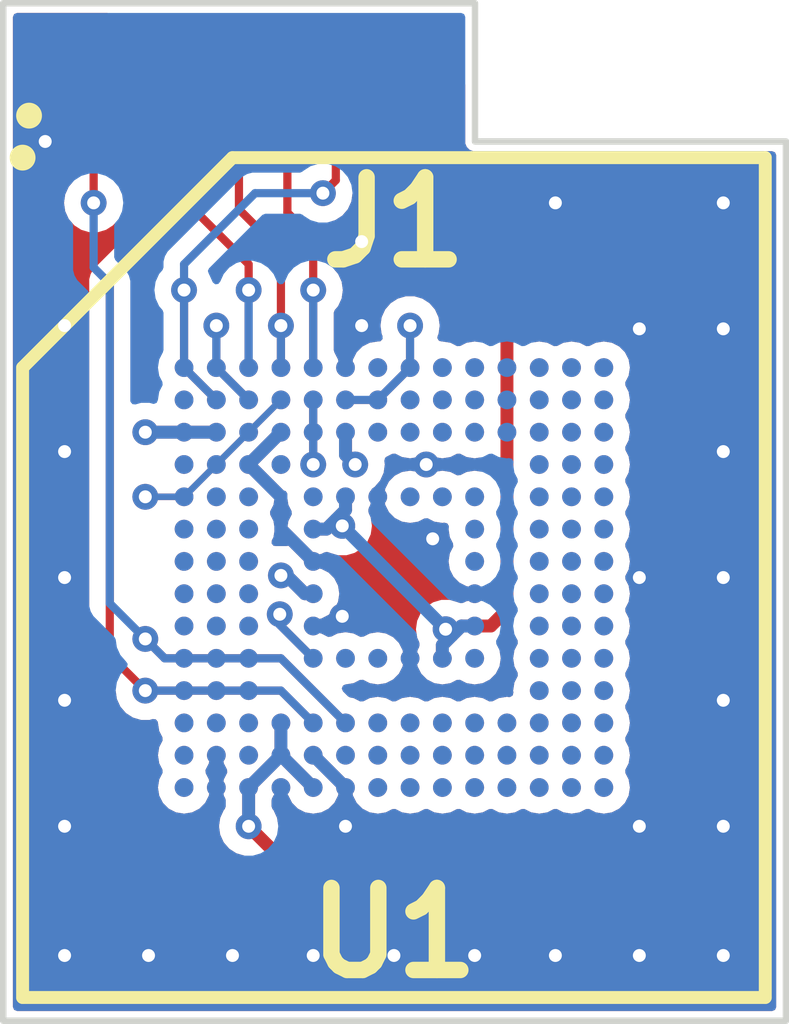
<source format=kicad_pcb>
(kicad_pcb (version 20240108) (generator "pcbnew") (generator_version "8.0")
  (layers (0 "F.Cu" signal) (31 "B.Cu" signal) (34 "B.Paste" user) (35 "F.Paste" user) (36 "B.SilkS" user "B.Silkscreen") (37 "F.SilkS" user "F.Silkscreen") (38 "B.Mask" user) (39 "F.Mask" user) (44 "Edge.Cuts" user))
  (net 0 "")
  (net 1 "DAT2")
  (net 2 "DAT0")
  (net 3 "CMD")
  (net 4 "CLK")
  (net 5 "DAT3")
  (net 6 "GND")
  (net 7 "DAT1")
  (net 8 "DAT5")
  (net 9 "DAT6")
  (net 10 "DAT4")
  (net 11 "DAT7")
  (net 12 "DS")
  (net 13 "RST")
  (net 14 "VDDI")
  (net 31 "1.8V")
  (net 33 "3.3V")
  (footprint "eMMC:BGA153DualSide" (layer "F.Cu") (at 121 71.55)
    (property "Reference" "U1" (at 0 5.5 0) (layer "F.SilkS") (effects (font (size 1.27 1.27) (thickness 0.254))))
    (property "Value" "EMMC32G-TX29-8AD11" (hide yes))
    (fp_line (start -5.75 -3.25) (end -2.5 -6.5) (stroke (width 0.2)) (layer "F.SilkS"))
    (fp_line (start -5.75 6.5) (end -5.75 -3.25) (stroke (width 0.2)) (layer "F.SilkS"))
    (fp_line (start -2.5 -6.5) (end 5.75 -6.5) (stroke (width 0.2)) (layer "F.SilkS"))
    (fp_line (start 5.75 -6.5) (end 5.75 6.5) (stroke (width 0.2)) (layer "F.SilkS"))
    (fp_line (start 5.75 6.5) (end -5.75 6.5) (stroke (width 0.2)) (layer "F.SilkS"))
    (fp_circle (center -5.75 -6.5) (end -5.75 -6.4) (stroke (width 0.2)) (fill none) (layer "F.SilkS"))
    (pad "A1" smd circle (at -3.25 -3.25 90) (size 0.29 0.29) (layers "F.Cu") (net 5 "DAT3"))
    (pad "A1" smd circle (at -3.25 -3.25 90) (size 0.29 0.29) (layers "B.Cu") (net 5 "DAT3"))
    (pad "A2" smd circle (at -2.75 -3.25 90) (size 0.29 0.29) (layers "F.Cu") (net 10 "DAT4"))
    (pad "A2" smd circle (at -2.75 -3.25 90) (size 0.29 0.29) (layers "B.Cu") (net 10 "DAT4"))
    (pad "A3" smd circle (at -2.25 -3.25 90) (size 0.29 0.29) (layers "F.Cu" "F.Paste" "F.Mask") (net 2 "DAT0"))
    (pad "A3" smd circle (at -2.25 -3.25 90) (size 0.29 0.29) (layers "B.Cu" "B.Paste" "B.Mask") (net 2 "DAT0"))
    (pad "A4" smd circle (at -1.75 -3.25 90) (size 0.29 0.29) (layers "F.Cu" "F.Paste" "F.Mask") (net 7 "DAT1"))
    (pad "A4" smd circle (at -1.75 -3.25 90) (size 0.29 0.29) (layers "B.Cu" "B.Paste" "B.Mask") (net 7 "DAT1"))
    (pad "A5" smd circle (at -1.25 -3.25 90) (size 0.29 0.29) (layers "F.Cu" "F.Paste" "F.Mask") (net 1 "DAT2"))
    (pad "A5" smd circle (at -1.25 -3.25 90) (size 0.29 0.29) (layers "B.Cu" "B.Paste" "B.Mask") (net 1 "DAT2"))
    (pad "A6" smd circle (at -0.75 -3.25 90) (size 0.29 0.29) (layers "F.Cu" "F.Paste" "F.Mask") (net 6 "GND"))
    (pad "A6" smd circle (at -0.75 -3.25 90) (size 0.29 0.29) (layers "B.Cu" "B.Paste" "B.Mask") (net 6 "GND"))
    (pad "A7" smd circle (at -0.25 -3.25 90) (size 0.29 0.29) (layers "F.Cu" "F.Paste" "F.Mask"))
    (pad "A7" smd circle (at -0.25 -3.25 90) (size 0.29 0.29) (layers "B.Cu" "B.Paste" "B.Mask"))
    (pad "A8" smd circle (at 0.25 -3.25 90) (size 0.29 0.29) (layers "F.Cu") (net 11 "DAT7"))
    (pad "A8" smd circle (at 0.25 -3.25 90) (size 0.29 0.29) (layers "B.Cu") (net 11 "DAT7"))
    (pad "A9" smd circle (at 0.75 -3.25 90) (size 0.29 0.29) (layers "F.Cu" "F.Paste" "F.Mask"))
    (pad "A9" smd circle (at 0.75 -3.25 90) (size 0.29 0.29) (layers "B.Cu" "B.Paste" "B.Mask"))
    (pad "A10" smd circle (at 1.25 -3.25 90) (size 0.29 0.29) (layers "F.Cu" "F.Paste" "F.Mask"))
    (pad "A10" smd circle (at 1.25 -3.25 90) (size 0.29 0.29) (layers "B.Cu" "B.Paste" "B.Mask"))
    (pad "A11" smd circle (at 1.75 -3.25 90) (size 0.29 0.29) (layers "F.Cu") (net 33 "3.3V"))
    (pad "A11" smd circle (at 1.75 -3.25 90) (size 0.29 0.29) (layers "B.Cu" "B.Paste" "B.Mask") (net 33 "3.3V"))
    (pad "A12" smd circle (at 2.25 -3.25 90) (size 0.29 0.29) (layers "F.Cu" "F.Paste" "F.Mask"))
    (pad "A12" smd circle (at 2.25 -3.25 90) (size 0.29 0.29) (layers "B.Cu" "B.Paste" "B.Mask"))
    (pad "A13" smd circle (at 2.75 -3.25 90) (size 0.29 0.29) (layers "F.Cu" "F.Paste" "F.Mask"))
    (pad "A13" smd circle (at 2.75 -3.25 90) (size 0.29 0.29) (layers "B.Cu" "B.Paste" "B.Mask"))
    (pad "A14" smd circle (at 3.25 -3.25 90) (size 0.29 0.29) (layers "F.Cu" "F.Paste" "F.Mask"))
    (pad "A14" smd circle (at 3.25 -3.25 90) (size 0.29 0.29) (layers "B.Cu" "B.Paste" "B.Mask"))
    (pad "B1" smd circle (at -3.25 -2.75 90) (size 0.29 0.29) (layers "F.Cu" "F.Paste" "F.Mask"))
    (pad "B1" smd circle (at -3.25 -2.75 90) (size 0.29 0.29) (layers "B.Cu" "B.Paste" "B.Mask"))
    (pad "B2" smd circle (at -2.75 -2.75 90) (size 0.29 0.29) (layers "F.Cu" "F.Paste" "F.Mask") (net 5 "DAT3"))
    (pad "B2" smd circle (at -2.75 -2.75 90) (size 0.29 0.29) (layers "B.Cu" "B.Paste" "B.Mask") (net 5 "DAT3"))
    (pad "B3" smd circle (at -2.25 -2.75 90) (size 0.29 0.29) (layers "F.Cu" "F.Paste" "F.Mask") (net 10 "DAT4"))
    (pad "B3" smd circle (at -2.25 -2.75 90) (size 0.29 0.29) (layers "B.Cu" "B.Paste" "B.Mask") (net 10 "DAT4"))
    (pad "B4" smd circle (at -1.75 -2.75 90) (size 0.29 0.29) (layers "F.Cu" "F.Paste" "F.Mask") (net 8 "DAT5"))
    (pad "B4" smd circle (at -1.75 -2.75 90) (size 0.29 0.29) (layers "B.Cu" "B.Paste" "B.Mask") (net 8 "DAT5"))
    (pad "B5" smd circle (at -1.25 -2.75 90) (size 0.29 0.29) (layers "F.Cu" "F.Paste" "F.Mask") (net 9 "DAT6"))
    (pad "B5" smd circle (at -1.25 -2.75 90) (size 0.29 0.29) (layers "B.Cu" "B.Paste" "B.Mask") (net 9 "DAT6"))
    (pad "B6" smd circle (at -0.75 -2.75 90) (size 0.29 0.29) (layers "F.Cu" "F.Paste" "F.Mask") (net 11 "DAT7"))
    (pad "B6" smd circle (at -0.75 -2.75 90) (size 0.29 0.29) (layers "B.Cu" "B.Paste" "B.Mask") (net 11 "DAT7"))
    (pad "B7" smd circle (at -0.25 -2.75 90) (size 0.29 0.29) (layers "F.Cu") (net 11 "DAT7"))
    (pad "B7" smd circle (at -0.25 -2.75 90) (size 0.29 0.29) (layers "B.Cu") (net 11 "DAT7"))
    (pad "B8" smd circle (at 0.25 -2.75 90) (size 0.29 0.29) (layers "F.Cu" "F.Paste" "F.Mask"))
    (pad "B8" smd circle (at 0.25 -2.75 90) (size 0.29 0.29) (layers "B.Cu" "B.Paste" "B.Mask"))
    (pad "B9" smd circle (at 0.75 -2.75 90) (size 0.29 0.29) (layers "F.Cu" "F.Paste" "F.Mask"))
    (pad "B9" smd circle (at 0.75 -2.75 90) (size 0.29 0.29) (layers "B.Cu" "B.Paste" "B.Mask"))
    (pad "B10" smd circle (at 1.25 -2.75 90) (size 0.29 0.29) (layers "F.Cu" "F.Paste" "F.Mask"))
    (pad "B10" smd circle (at 1.25 -2.75 90) (size 0.29 0.29) (layers "B.Cu" "B.Paste" "B.Mask"))
    (pad "B11" smd circle (at 1.75 -2.75 90) (size 0.29 0.29) (layers "F.Cu") (net 33 "3.3V"))
    (pad "B11" smd circle (at 1.75 -2.75 90) (size 0.29 0.29) (layers "B.Cu" "B.Paste" "B.Mask") (net 33 "3.3V"))
    (pad "B12" smd circle (at 2.25 -2.75 90) (size 0.29 0.29) (layers "F.Cu" "F.Paste" "F.Mask"))
    (pad "B12" smd circle (at 2.25 -2.75 90) (size 0.29 0.29) (layers "B.Cu" "B.Paste" "B.Mask"))
    (pad "B13" smd circle (at 2.75 -2.75 90) (size 0.29 0.29) (layers "F.Cu" "F.Paste" "F.Mask"))
    (pad "B13" smd circle (at 2.75 -2.75 90) (size 0.29 0.29) (layers "B.Cu" "B.Paste" "B.Mask"))
    (pad "B14" smd circle (at 3.25 -2.75 90) (size 0.29 0.29) (layers "F.Cu" "F.Paste" "F.Mask"))
    (pad "B14" smd circle (at 3.25 -2.75 90) (size 0.29 0.29) (layers "B.Cu" "B.Paste" "B.Mask"))
    (pad "C1" smd circle (at -3.25 -2.25 90) (size 0.29 0.29) (layers "F.Cu") (net 14 "VDDI"))
    (pad "C1" smd circle (at -3.25 -2.25 90) (size 0.29 0.29) (layers "B.Cu") (net 14 "VDDI"))
    (pad "C2" smd circle (at -2.75 -2.25 90) (size 0.29 0.29) (layers "F.Cu" "F.Paste" "F.Mask") (net 14 "VDDI"))
    (pad "C2" smd circle (at -2.75 -2.25 90) (size 0.29 0.29) (layers "B.Cu" "B.Paste" "B.Mask") (net 14 "VDDI"))
    (pad "C3" smd circle (at -2.25 -2.25 90) (size 0.29 0.29) (layers "F.Cu") (net 8 "DAT5"))
    (pad "C3" smd circle (at -2.25 -2.25 90) (size 0.29 0.29) (layers "B.Cu") (net 8 "DAT5"))
    (pad "C4" smd circle (at -1.75 -2.25 90) (size 0.29 0.29) (layers "F.Cu" "F.Paste" "F.Mask") (net 6 "GND"))
    (pad "C4" smd circle (at -1.75 -2.25 90) (size 0.29 0.29) (layers "B.Cu" "B.Paste" "B.Mask") (net 6 "GND"))
    (pad "C5" smd circle (at -1.25 -2.25 90) (size 0.29 0.29) (layers "F.Cu") (net 9 "DAT6"))
    (pad "C5" smd circle (at -1.25 -2.25 90) (size 0.29 0.29) (layers "B.Cu" "B.Paste" "B.Mask") (net 9 "DAT6"))
    (pad "C6" smd circle (at -0.75 -2.25 90) (size 0.29 0.29) (layers "F.Cu" "F.Paste" "F.Mask") (net 31 "1.8V"))
    (pad "C6" smd circle (at -0.75 -2.25 90) (size 0.29 0.29) (layers "B.Cu" "B.Paste" "B.Mask") (net 31 "1.8V"))
    (pad "C7" smd circle (at -0.25 -2.25 90) (size 0.29 0.29) (layers "F.Cu" "F.Paste" "F.Mask"))
    (pad "C7" smd circle (at -0.25 -2.25 90) (size 0.29 0.29) (layers "B.Cu" "B.Paste" "B.Mask"))
    (pad "C8" smd circle (at 0.25 -2.25 90) (size 0.29 0.29) (layers "F.Cu" "F.Paste" "F.Mask"))
    (pad "C8" smd circle (at 0.25 -2.25 90) (size 0.29 0.29) (layers "B.Cu" "B.Paste" "B.Mask"))
    (pad "C9" smd circle (at 0.75 -2.25 90) (size 0.29 0.29) (layers "F.Cu" "F.Paste" "F.Mask"))
    (pad "C9" smd circle (at 0.75 -2.25 90) (size 0.29 0.29) (layers "B.Cu" "B.Paste" "B.Mask"))
    (pad "C10" smd circle (at 1.25 -2.25 90) (size 0.29 0.29) (layers "F.Cu" "F.Paste" "F.Mask"))
    (pad "C10" smd circle (at 1.25 -2.25 90) (size 0.29 0.29) (layers "B.Cu" "B.Paste" "B.Mask"))
    (pad "C11" smd circle (at 1.75 -2.25 90) (size 0.29 0.29) (layers "F.Cu") (net 33 "3.3V"))
    (pad "C11" smd circle (at 1.75 -2.25 90) (size 0.29 0.29) (layers "B.Cu" "B.Paste" "B.Mask") (net 33 "3.3V"))
    (pad "C12" smd circle (at 2.25 -2.25 90) (size 0.29 0.29) (layers "F.Cu" "F.Paste" "F.Mask"))
    (pad "C12" smd circle (at 2.25 -2.25 90) (size 0.29 0.29) (layers "B.Cu" "B.Paste" "B.Mask"))
    (pad "C13" smd circle (at 2.75 -2.25 90) (size 0.29 0.29) (layers "F.Cu" "F.Paste" "F.Mask"))
    (pad "C13" smd circle (at 2.75 -2.25 90) (size 0.29 0.29) (layers "B.Cu" "B.Paste" "B.Mask"))
    (pad "C14" smd circle (at 3.25 -2.25 90) (size 0.29 0.29) (layers "F.Cu" "F.Paste" "F.Mask"))
    (pad "C14" smd circle (at 3.25 -2.25 90) (size 0.29 0.29) (layers "B.Cu" "B.Paste" "B.Mask"))
    (pad "D1" smd circle (at -3.25 -1.75 90) (size 0.29 0.29) (layers "F.Cu" "F.Paste" "F.Mask"))
    (pad "D1" smd circle (at -3.25 -1.75 90) (size 0.29 0.29) (layers "B.Cu" "B.Paste" "B.Mask"))
    (pad "D2" smd circle (at -2.75 -1.75 90) (size 0.29 0.29) (layers "F.Cu") (net 8 "DAT5"))
    (pad "D2" smd circle (at -2.75 -1.75 90) (size 0.29 0.29) (layers "B.Cu") (net 8 "DAT5"))
    (pad "D3" smd circle (at -2.25 -1.75 90) (size 0.29 0.29) (layers "F.Cu") (net 6 "GND"))
    (pad "D3" smd circle (at -2.25 -1.75 90) (size 0.29 0.29) (layers "B.Cu") (net 6 "GND"))
    (pad "D4" smd circle (at -1.75 -1.75 90) (size 0.29 0.29) (layers "F.Cu" "F.Paste" "F.Mask"))
    (pad "D4" smd circle (at -1.75 -1.75 90) (size 0.29 0.29) (layers "B.Cu" "B.Paste" "B.Mask"))
    (pad "D12" smd circle (at 2.25 -1.75 90) (size 0.29 0.29) (layers "F.Cu" "F.Paste" "F.Mask"))
    (pad "D12" smd circle (at 2.25 -1.75 90) (size 0.29 0.29) (layers "B.Cu" "B.Paste" "B.Mask"))
    (pad "D13" smd circle (at 2.75 -1.75 90) (size 0.29 0.29) (layers "F.Cu" "F.Paste" "F.Mask"))
    (pad "D13" smd circle (at 2.75 -1.75 90) (size 0.29 0.29) (layers "B.Cu" "B.Paste" "B.Mask"))
    (pad "D14" smd circle (at 3.25 -1.75 90) (size 0.29 0.29) (layers "F.Cu" "F.Paste" "F.Mask"))
    (pad "D14" smd circle (at 3.25 -1.75 90) (size 0.29 0.29) (layers "B.Cu" "B.Paste" "B.Mask"))
    (pad "E1" smd circle (at -3.25 -1.25 90) (size 0.29 0.29) (layers "F.Cu") (net 8 "DAT5"))
    (pad "E1" smd circle (at -3.25 -1.25 90) (size 0.29 0.29) (layers "B.Cu") (net 8 "DAT5"))
    (pad "E2" smd circle (at -2.75 -1.25 90) (size 0.29 0.29) (layers "F.Cu" "F.Paste" "F.Mask"))
    (pad "E2" smd circle (at -2.75 -1.25 90) (size 0.29 0.29) (layers "B.Cu" "B.Paste" "B.Mask"))
    (pad "E3" smd circle (at -2.25 -1.25 90) (size 0.29 0.29) (layers "F.Cu" "F.Paste" "F.Mask"))
    (pad "E3" smd circle (at -2.25 -1.25 90) (size 0.29 0.29) (layers "B.Cu" "B.Paste" "B.Mask"))
    (pad "E5" smd circle (at -1.25 -1.25 90) (size 0.29 0.29) (layers "F.Cu" "F.Paste" "F.Mask"))
    (pad "E5" smd circle (at -1.25 -1.25 90) (size 0.29 0.29) (layers "B.Cu" "B.Paste" "B.Mask"))
    (pad "E6" smd circle (at -0.75 -1.25 90) (size 0.29 0.29) (layers "F.Cu" "F.Paste" "F.Mask") (net 33 "3.3V"))
    (pad "E6" smd circle (at -0.75 -1.25 90) (size 0.29 0.29) (layers "B.Cu" "B.Paste" "B.Mask") (net 33 "3.3V"))
    (pad "E7" smd circle (at -0.25 -1.25 90) (size 0.29 0.29) (layers "F.Cu" "F.Paste" "F.Mask") (net 6 "GND"))
    (pad "E7" smd circle (at -0.25 -1.25 90) (size 0.29 0.29) (layers "B.Cu" "B.Paste" "B.Mask") (net 6 "GND"))
    (pad "E8" smd circle (at 0.25 -1.25 90) (size 0.29 0.29) (layers "F.Cu" "F.Paste" "F.Mask"))
    (pad "E8" smd circle (at 0.25 -1.25 90) (size 0.29 0.29) (layers "B.Cu" "B.Paste" "B.Mask"))
    (pad "E9" smd circle (at 0.75 -1.25 90) (size 0.29 0.29) (layers "F.Cu" "F.Paste" "F.Mask"))
    (pad "E9" smd circle (at 0.75 -1.25 90) (size 0.29 0.29) (layers "B.Cu" "B.Paste" "B.Mask"))
    (pad "E10" smd circle (at 1.25 -1.25 90) (size 0.29 0.29) (layers "F.Cu" "F.Paste" "F.Mask"))
    (pad "E10" smd circle (at 1.25 -1.25 90) (size 0.29 0.29) (layers "B.Cu" "B.Paste" "B.Mask"))
    (pad "E12" smd circle (at 2.25 -1.25 90) (size 0.29 0.29) (layers "F.Cu" "F.Paste" "F.Mask"))
    (pad "E12" smd circle (at 2.25 -1.25 90) (size 0.29 0.29) (layers "B.Cu" "B.Paste" "B.Mask"))
    (pad "E13" smd circle (at 2.75 -1.25 90) (size 0.29 0.29) (layers "F.Cu" "F.Paste" "F.Mask"))
    (pad "E13" smd circle (at 2.75 -1.25 90) (size 0.29 0.29) (layers "B.Cu" "B.Paste" "B.Mask"))
    (pad "E14" smd circle (at 3.25 -1.25 90) (size 0.29 0.29) (layers "F.Cu" "F.Paste" "F.Mask"))
    (pad "E14" smd circle (at 3.25 -1.25 90) (size 0.29 0.29) (layers "B.Cu" "B.Paste" "B.Mask"))
    (pad "F1" smd circle (at -3.25 -0.75 90) (size 0.29 0.29) (layers "F.Cu" "F.Paste" "F.Mask"))
    (pad "F1" smd circle (at -3.25 -0.75 90) (size 0.29 0.29) (layers "B.Cu" "B.Paste" "B.Mask"))
    (pad "F2" smd circle (at -2.75 -0.75 90) (size 0.29 0.29) (layers "F.Cu" "F.Paste" "F.Mask"))
    (pad "F2" smd circle (at -2.75 -0.75 90) (size 0.29 0.29) (layers "B.Cu" "B.Paste" "B.Mask"))
    (pad "F3" smd circle (at -2.25 -0.75 90) (size 0.29 0.29) (layers "F.Cu" "F.Paste" "F.Mask"))
    (pad "F3" smd circle (at -2.25 -0.75 90) (size 0.29 0.29) (layers "B.Cu" "B.Paste" "B.Mask"))
    (pad "F5" smd circle (at -1.25 -0.75 90) (size 0.29 0.29) (layers "F.Cu" "F.Paste" "F.Mask") (net 33 "3.3V"))
    (pad "F5" smd circle (at -1.25 -0.75 90) (size 0.29 0.29) (layers "B.Cu" "B.Paste" "B.Mask") (net 33 "3.3V"))
    (pad "F10" smd circle (at 1.25 -0.75 90) (size 0.29 0.29) (layers "F.Cu" "F.Paste" "F.Mask"))
    (pad "F10" smd circle (at 1.25 -0.75 90) (size 0.29 0.29) (layers "B.Cu" "B.Paste" "B.Mask"))
    (pad "F12" smd circle (at 2.25 -0.75 90) (size 0.29 0.29) (layers "F.Cu" "F.Paste" "F.Mask"))
    (pad "F12" smd circle (at 2.25 -0.75 90) (size 0.29 0.29) (layers "B.Cu" "B.Paste" "B.Mask"))
    (pad "F13" smd circle (at 2.75 -0.75 90) (size 0.29 0.29) (layers "F.Cu" "F.Paste" "F.Mask"))
    (pad "F13" smd circle (at 2.75 -0.75 90) (size 0.29 0.29) (layers "B.Cu" "B.Paste" "B.Mask"))
    (pad "F14" smd circle (at 3.25 -0.75 90) (size 0.29 0.29) (layers "F.Cu" "F.Paste" "F.Mask"))
    (pad "F14" smd circle (at 3.25 -0.75 90) (size 0.29 0.29) (layers "B.Cu" "B.Paste" "B.Mask"))
    (pad "G1" smd circle (at -3.25 -0.25 90) (size 0.29 0.29) (layers "F.Cu" "F.Paste" "F.Mask"))
    (pad "G1" smd circle (at -3.25 -0.25 90) (size 0.29 0.29) (layers "B.Cu" "B.Paste" "B.Mask"))
    (pad "G2" smd circle (at -2.75 -0.25 90) (size 0.29 0.29) (layers "F.Cu" "F.Paste" "F.Mask"))
    (pad "G2" smd circle (at -2.75 -0.25 90) (size 0.29 0.29) (layers "B.Cu" "B.Paste" "B.Mask"))
    (pad "G3" smd circle (at -2.25 -0.25 90) (size 0.29 0.29) (layers "F.Cu" "F.Paste" "F.Mask"))
    (pad "G3" smd circle (at -2.25 -0.25 90) (size 0.29 0.29) (layers "B.Cu" "B.Paste" "B.Mask"))
    (pad "G5" smd circle (at -1.25 -0.25 90) (size 0.29 0.29) (layers "F.Cu" "F.Paste" "F.Mask") (net 6 "GND"))
    (pad "G5" smd circle (at -1.25 -0.25 90) (size 0.29 0.29) (layers "B.Cu" "B.Paste" "B.Mask") (net 6 "GND"))
    (pad "G10" smd circle (at 1.25 -0.25 90) (size 0.29 0.29) (layers "F.Cu" "F.Paste" "F.Mask"))
    (pad "G10" smd circle (at 1.25 -0.25 90) (size 0.29 0.29) (layers "B.Cu" "B.Paste" "B.Mask"))
    (pad "G12" smd circle (at 2.25 -0.25 90) (size 0.29 0.29) (layers "F.Cu" "F.Paste" "F.Mask"))
    (pad "G12" smd circle (at 2.25 -0.25 90) (size 0.29 0.29) (layers "B.Cu" "B.Paste" "B.Mask"))
    (pad "G13" smd circle (at 2.75 -0.25 90) (size 0.29 0.29) (layers "F.Cu" "F.Paste" "F.Mask"))
    (pad "G13" smd circle (at 2.75 -0.25 90) (size 0.29 0.29) (layers "B.Cu" "B.Paste" "B.Mask"))
    (pad "G14" smd circle (at 3.25 -0.25 90) (size 0.29 0.29) (layers "F.Cu" "F.Paste" "F.Mask"))
    (pad "G14" smd circle (at 3.25 -0.25 90) (size 0.29 0.29) (layers "B.Cu" "B.Paste" "B.Mask"))
    (pad "H1" smd circle (at -3.25 0.25 90) (size 0.29 0.29) (layers "F.Cu" "F.Paste" "F.Mask"))
    (pad "H1" smd circle (at -3.25 0.25 90) (size 0.29 0.29) (layers "B.Cu" "B.Paste" "B.Mask"))
    (pad "H2" smd circle (at -2.75 0.25 90) (size 0.29 0.29) (layers "F.Cu" "F.Paste" "F.Mask"))
    (pad "H2" smd circle (at -2.75 0.25 90) (size 0.29 0.29) (layers "B.Cu" "B.Paste" "B.Mask"))
    (pad "H3" smd circle (at -2.25 0.25 90) (size 0.29 0.29) (layers "F.Cu" "F.Paste" "F.Mask"))
    (pad "H3" smd circle (at -2.25 0.25 90) (size 0.29 0.29) (layers "B.Cu" "B.Paste" "B.Mask"))
    (pad "H5" smd circle (at -1.25 0.25 90) (size 0.29 0.29) (layers "F.Cu" "F.Paste" "F.Mask") (net 12 "DS"))
    (pad "H5" smd circle (at -1.25 0.25 90) (size 0.29 0.29) (layers "B.Cu" "B.Paste" "B.Mask") (net 12 "DS"))
    (pad "H10" smd circle (at 1.25 0.25 90) (size 0.29 0.29) (layers "F.Cu" "F.Paste" "F.Mask") (net 6 "GND"))
    (pad "H10" smd circle (at 1.25 0.25 90) (size 0.29 0.29) (layers "B.Cu" "B.Paste" "B.Mask") (net 6 "GND"))
    (pad "H12" smd circle (at 2.25 0.25 90) (size 0.29 0.29) (layers "F.Cu" "F.Paste" "F.Mask"))
    (pad "H12" smd circle (at 2.25 0.25 90) (size 0.29 0.29) (layers "B.Cu" "B.Paste" "B.Mask"))
    (pad "H13" smd circle (at 2.75 0.25 90) (size 0.29 0.29) (layers "F.Cu" "F.Paste" "F.Mask"))
    (pad "H13" smd circle (at 2.75 0.25 90) (size 0.29 0.29) (layers "B.Cu" "B.Paste" "B.Mask"))
    (pad "H14" smd circle (at 3.25 0.25 90) (size 0.29 0.29) (layers "F.Cu" "F.Paste" "F.Mask"))
    (pad "H14" smd circle (at 3.25 0.25 90) (size 0.29 0.29) (layers "B.Cu" "B.Paste" "B.Mask"))
    (pad "J1" smd circle (at -3.25 0.75 90) (size 0.29 0.29) (layers "F.Cu" "F.Paste" "F.Mask"))
    (pad "J1" smd circle (at -3.25 0.75 90) (size 0.29 0.29) (layers "B.Cu" "B.Paste" "B.Mask"))
    (pad "J2" smd circle (at -2.75 0.75 90) (size 0.29 0.29) (layers "F.Cu" "F.Paste" "F.Mask"))
    (pad "J2" smd circle (at -2.75 0.75 90) (size 0.29 0.29) (layers "B.Cu" "B.Paste" "B.Mask"))
    (pad "J3" smd circle (at -2.25 0.75 90) (size 0.29 0.29) (layers "F.Cu" "F.Paste" "F.Mask"))
    (pad "J3" smd circle (at -2.25 0.75 90) (size 0.29 0.29) (layers "B.Cu" "B.Paste" "B.Mask"))
    (pad "J5" smd circle (at -1.25 0.75 90) (size 0.29 0.29) (layers "F.Cu" "F.Paste" "F.Mask") (net 6 "GND"))
    (pad "J5" smd circle (at -1.25 0.75 90) (size 0.29 0.29) (layers "B.Cu" "B.Paste" "B.Mask") (net 6 "GND"))
    (pad "J10" smd circle (at 1.25 0.75 90) (size 0.29 0.29) (layers "F.Cu" "F.Paste" "F.Mask") (net 33 "3.3V"))
    (pad "J10" smd circle (at 1.25 0.75 90) (size 0.29 0.29) (layers "B.Cu" "B.Paste" "B.Mask") (net 33 "3.3V"))
    (pad "J12" smd circle (at 2.25 0.75 90) (size 0.29 0.29) (layers "F.Cu" "F.Paste" "F.Mask"))
    (pad "J12" smd circle (at 2.25 0.75 90) (size 0.29 0.29) (layers "B.Cu" "B.Paste" "B.Mask"))
    (pad "J13" smd circle (at 2.75 0.75 90) (size 0.29 0.29) (layers "F.Cu" "F.Paste" "F.Mask"))
    (pad "J13" smd circle (at 2.75 0.75 90) (size 0.29 0.29) (layers "B.Cu" "B.Paste" "B.Mask"))
    (pad "J14" smd circle (at 3.25 0.75 90) (size 0.29 0.29) (layers "F.Cu" "F.Paste" "F.Mask"))
    (pad "J14" smd circle (at 3.25 0.75 90) (size 0.29 0.29) (layers "B.Cu" "B.Paste" "B.Mask"))
    (pad "K1" smd circle (at -3.25 1.25 90) (size 0.29 0.29) (layers "F.Cu") (net 4 "CLK"))
    (pad "K1" smd circle (at -3.25 1.25 90) (size 0.29 0.29) (layers "B.Cu") (net 4 "CLK"))
    (pad "K2" smd circle (at -2.75 1.25 90) (size 0.29 0.29) (layers "F.Cu") (net 4 "CLK"))
    (pad "K2" smd circle (at -2.75 1.25 90) (size 0.29 0.29) (layers "B.Cu") (net 4 "CLK"))
    (pad "K3" smd circle (at -2.25 1.25 90) (size 0.29 0.29) (layers "F.Cu") (net 4 "CLK"))
    (pad "K3" smd circle (at -2.25 1.25 90) (size 0.29 0.29) (layers "B.Cu") (net 4 "CLK"))
    (pad "K5" smd circle (at -1.25 1.25 90) (size 0.29 0.29) (layers "F.Cu" "F.Paste" "F.Mask") (net 13 "RST"))
    (pad "K5" smd circle (at -1.25 1.25 90) (size 0.29 0.29) (layers "B.Cu" "B.Paste" "B.Mask") (net 13 "RST"))
    (pad "K6" smd circle (at -0.75 1.25 90) (size 0.29 0.29) (layers "F.Cu" "F.Paste" "F.Mask"))
    (pad "K6" smd circle (at -0.75 1.25 90) (size 0.29 0.29) (layers "B.Cu" "B.Paste" "B.Mask"))
    (pad "K7" smd circle (at -0.25 1.25 90) (size 0.29 0.29) (layers "F.Cu" "F.Paste" "F.Mask"))
    (pad "K7" smd circle (at -0.25 1.25 90) (size 0.29 0.29) (layers "B.Cu" "B.Paste" "B.Mask"))
    (pad "K8" smd circle (at 0.25 1.25 90) (size 0.29 0.29) (layers "F.Cu" "F.Paste" "F.Mask") (net 6 "GND"))
    (pad "K8" smd circle (at 0.25 1.25 90) (size 0.29 0.29) (layers "B.Cu" "B.Paste" "B.Mask") (net 6 "GND"))
    (pad "K9" smd circle (at 0.75 1.25 90) (size 0.29 0.29) (layers "F.Cu" "F.Paste" "F.Mask") (net 33 "3.3V"))
    (pad "K9" smd circle (at 0.75 1.25 90) (size 0.29 0.29) (layers "B.Cu" "B.Paste" "B.Mask") (net 33 "3.3V"))
    (pad "K10" smd circle (at 1.25 1.25 90) (size 0.29 0.29) (layers "F.Cu" "F.Paste" "F.Mask"))
    (pad "K10" smd circle (at 1.25 1.25 90) (size 0.29 0.29) (layers "B.Cu" "B.Paste" "B.Mask"))
    (pad "K12" smd circle (at 2.25 1.25 90) (size 0.29 0.29) (layers "F.Cu" "F.Paste" "F.Mask"))
    (pad "K12" smd circle (at 2.25 1.25 90) (size 0.29 0.29) (layers "B.Cu" "B.Paste" "B.Mask"))
    (pad "K13" smd circle (at 2.75 1.25 90) (size 0.29 0.29) (layers "F.Cu" "F.Paste" "F.Mask"))
    (pad "K13" smd circle (at 2.75 1.25 90) (size 0.29 0.29) (layers "B.Cu" "B.Paste" "B.Mask"))
    (pad "K14" smd circle (at 3.25 1.25 90) (size 0.29 0.29) (layers "F.Cu" "F.Paste" "F.Mask"))
    (pad "K14" smd circle (at 3.25 1.25 90) (size 0.29 0.29) (layers "B.Cu" "B.Paste" "B.Mask"))
    (pad "L1" smd circle (at -3.25 1.75 90) (size 0.29 0.29) (layers "F.Cu") (net 3 "CMD"))
    (pad "L1" smd circle (at -3.25 1.75 90) (size 0.29 0.29) (layers "B.Cu") (net 3 "CMD"))
    (pad "L2" smd circle (at -2.75 1.75 90) (size 0.29 0.29) (layers "F.Cu") (net 3 "CMD"))
    (pad "L2" smd circle (at -2.75 1.75 90) (size 0.29 0.29) (layers "B.Cu") (net 3 "CMD"))
    (pad "L3" smd circle (at -2.25 1.75 90) (size 0.29 0.29) (layers "F.Cu") (net 3 "CMD"))
    (pad "L3" smd circle (at -2.25 1.75 90) (size 0.29 0.29) (layers "B.Cu") (net 3 "CMD"))
    (pad "L12" smd circle (at 2.25 1.75 90) (size 0.29 0.29) (layers "F.Cu" "F.Paste" "F.Mask"))
    (pad "L12" smd circle (at 2.25 1.75 90) (size 0.29 0.29) (layers "B.Cu" "B.Paste" "B.Mask"))
    (pad "L13" smd circle (at 2.75 1.75 90) (size 0.29 0.29) (layers "F.Cu" "F.Paste" "F.Mask"))
    (pad "L13" smd circle (at 2.75 1.75 90) (size 0.29 0.29) (layers "B.Cu" "B.Paste" "B.Mask"))
    (pad "L14" smd circle (at 3.25 1.75 90) (size 0.29 0.29) (layers "F.Cu" "F.Paste" "F.Mask"))
    (pad "L14" smd circle (at 3.25 1.75 90) (size 0.29 0.29) (layers "B.Cu" "B.Paste" "B.Mask"))
    (pad "M1" smd circle (at -3.25 2.25 90) (size 0.29 0.29) (layers "F.Cu" "F.Paste" "F.Mask"))
    (pad "M1" smd circle (at -3.25 2.25 90) (size 0.29 0.29) (layers "B.Cu" "B.Paste" "B.Mask"))
    (pad "M2" smd circle (at -2.75 2.25 90) (size 0.29 0.29) (layers "F.Cu" "F.Paste" "F.Mask"))
    (pad "M2" smd circle (at -2.75 2.25 90) (size 0.29 0.29) (layers "B.Cu" "B.Paste" "B.Mask"))
    (pad "M3" smd circle (at -2.25 2.25 90) (size 0.29 0.29) (layers "F.Cu" "F.Paste" "F.Mask"))
    (pad "M3" smd circle (at -2.25 2.25 90) (size 0.29 0.29) (layers "B.Cu" "B.Paste" "B.Mask"))
    (pad "M4" smd circle (at -1.75 2.25 90) (size 0.29 0.29) (layers "F.Cu" "F.Paste" "F.Mask") (net 31 "1.8V"))
    (pad "M4" smd circle (at -1.75 2.25 90) (size 0.29 0.29) (layers "B.Cu" "B.Paste" "B.Mask") (net 31 "1.8V"))
    (pad "M5" smd circle (at -1.25 2.25 90) (size 0.29 0.29) (layers "F.Cu" "F.Paste" "F.Mask") (net 3 "CMD"))
    (pad "M5" smd circle (at -1.25 2.25 90) (size 0.29 0.29) (layers "B.Cu" "B.Paste" "B.Mask") (net 3 "CMD"))
    (pad "M6" smd circle (at -0.75 2.25 90) (size 0.29 0.29) (layers "F.Cu" "F.Paste" "F.Mask") (net 4 "CLK"))
    (pad "M6" smd circle (at -0.75 2.25 90) (size 0.29 0.29) (layers "B.Cu" "B.Paste" "B.Mask") (net 4 "CLK"))
    (pad "M7" smd circle (at -0.25 2.25 90) (size 0.29 0.29) (layers "F.Cu" "F.Paste" "F.Mask"))
    (pad "M7" smd circle (at -0.25 2.25 90) (size 0.29 0.29) (layers "B.Cu" "B.Paste" "B.Mask"))
    (pad "M8" smd circle (at 0.25 2.25 90) (size 0.29 0.29) (layers "F.Cu" "F.Paste" "F.Mask"))
    (pad "M8" smd circle (at 0.25 2.25 90) (size 0.29 0.29) (layers "B.Cu" "B.Paste" "B.Mask"))
    (pad "M9" smd circle (at 0.75 2.25 90) (size 0.29 0.29) (layers "F.Cu" "F.Paste" "F.Mask"))
    (pad "M9" smd circle (at 0.75 2.25 90) (size 0.29 0.29) (layers "B.Cu" "B.Paste" "B.Mask"))
    (pad "M10" smd circle (at 1.25 2.25 90) (size 0.29 0.29) (layers "F.Cu" "F.Paste" "F.Mask"))
    (pad "M10" smd circle (at 1.25 2.25 90) (size 0.29 0.29) (layers "B.Cu" "B.Paste" "B.Mask"))
    (pad "M11" smd circle (at 1.75 2.25 90) (size 0.29 0.29) (layers "F.Cu" "F.Paste" "F.Mask"))
    (pad "M11" smd circle (at 1.75 2.25 90) (size 0.29 0.29) (layers "B.Cu" "B.Paste" "B.Mask"))
    (pad "M12" smd circle (at 2.25 2.25 90) (size 0.29 0.29) (layers "F.Cu" "F.Paste" "F.Mask"))
    (pad "M12" smd circle (at 2.25 2.25 90) (size 0.29 0.29) (layers "B.Cu" "B.Paste" "B.Mask"))
    (pad "M13" smd circle (at 2.75 2.25 90) (size 0.29 0.29) (layers "F.Cu" "F.Paste" "F.Mask"))
    (pad "M13" smd circle (at 2.75 2.25 90) (size 0.29 0.29) (layers "B.Cu" "B.Paste" "B.Mask"))
    (pad "M14" smd circle (at 3.25 2.25 90) (size 0.29 0.29) (layers "F.Cu" "F.Paste" "F.Mask"))
    (pad "M14" smd circle (at 3.25 2.25 90) (size 0.29 0.29) (layers "B.Cu" "B.Paste" "B.Mask"))
    (pad "N1" smd circle (at -3.25 2.75 90) (size 0.29 0.29) (layers "F.Cu" "F.Paste" "F.Mask"))
    (pad "N1" smd circle (at -3.25 2.75 90) (size 0.29 0.29) (layers "B.Cu" "B.Paste" "B.Mask"))
    (pad "N2" smd circle (at -2.75 2.75 90) (size 0.29 0.29) (layers "F.Cu" "F.Paste" "F.Mask") (net 6 "GND"))
    (pad "N2" smd circle (at -2.75 2.75 90) (size 0.29 0.29) (layers "B.Cu" "B.Paste" "B.Mask") (net 6 "GND"))
    (pad "N3" smd circle (at -2.25 2.75 90) (size 0.29 0.29) (layers "F.Cu" "F.Paste" "F.Mask"))
    (pad "N3" smd circle (at -2.25 2.75 90) (size 0.29 0.29) (layers "B.Cu" "B.Paste" "B.Mask"))
    (pad "N4" smd circle (at -1.75 2.75 90) (size 0.29 0.29) (layers "F.Cu" "F.Paste" "F.Mask") (net 31 "1.8V"))
    (pad "N4" smd circle (at -1.75 2.75 90) (size 0.29 0.29) (layers "B.Cu" "B.Paste" "B.Mask") (net 31 "1.8V"))
    (pad "N5" smd circle (at -1.25 2.75 90) (size 0.29 0.29) (layers "F.Cu" "F.Paste" "F.Mask") (net 6 "GND"))
    (pad "N5" smd circle (at -1.25 2.75 90) (size 0.29 0.29) (layers "B.Cu" "B.Paste" "B.Mask") (net 6 "GND"))
    (pad "N6" smd circle (at -0.75 2.75 90) (size 0.29 0.29) (layers "F.Cu" "F.Paste" "F.Mask"))
    (pad "N6" smd circle (at -0.75 2.75 90) (size 0.29 0.29) (layers "B.Cu" "B.Paste" "B.Mask"))
    (pad "N7" smd circle (at -0.25 2.75 90) (size 0.29 0.29) (layers "F.Cu" "F.Paste" "F.Mask"))
    (pad "N7" smd circle (at -0.25 2.75 90) (size 0.29 0.29) (layers "B.Cu" "B.Paste" "B.Mask"))
    (pad "N8" smd circle (at 0.25 2.75 90) (size 0.29 0.29) (layers "F.Cu" "F.Paste" "F.Mask"))
    (pad "N8" smd circle (at 0.25 2.75 90) (size 0.29 0.29) (layers "B.Cu" "B.Paste" "B.Mask"))
    (pad "N9" smd circle (at 0.75 2.75 90) (size 0.29 0.29) (layers "F.Cu" "F.Paste" "F.Mask"))
    (pad "N9" smd circle (at 0.75 2.75 90) (size 0.29 0.29) (layers "B.Cu" "B.Paste" "B.Mask"))
    (pad "N10" smd circle (at 1.25 2.75 90) (size 0.29 0.29) (layers "F.Cu" "F.Paste" "F.Mask"))
    (pad "N10" smd circle (at 1.25 2.75 90) (size 0.29 0.29) (layers "B.Cu" "B.Paste" "B.Mask"))
    (pad "N11" smd circle (at 1.75 2.75 90) (size 0.29 0.29) (layers "F.Cu" "F.Paste" "F.Mask"))
    (pad "N11" smd circle (at 1.75 2.75 90) (size 0.29 0.29) (layers "B.Cu" "B.Paste" "B.Mask"))
    (pad "N12" smd circle (at 2.25 2.75 90) (size 0.29 0.29) (layers "F.Cu" "F.Paste" "F.Mask"))
    (pad "N12" smd circle (at 2.25 2.75 90) (size 0.29 0.29) (layers "B.Cu" "B.Paste" "B.Mask"))
    (pad "N13" smd circle (at 2.75 2.75 90) (size 0.29 0.29) (layers "F.Cu" "F.Paste" "F.Mask"))
    (pad "N13" smd circle (at 2.75 2.75 90) (size 0.29 0.29) (layers "B.Cu" "B.Paste" "B.Mask"))
    (pad "N14" smd circle (at 3.25 2.75 90) (size 0.29 0.29) (layers "F.Cu" "F.Paste" "F.Mask"))
    (pad "N14" smd circle (at 3.25 2.75 90) (size 0.29 0.29) (layers "B.Cu" "B.Paste" "B.Mask"))
    (pad "P1" smd circle (at -3.25 3.25 90) (size 0.29 0.29) (layers "F.Cu" "F.Paste" "F.Mask"))
    (pad "P1" smd circle (at -3.25 3.25 90) (size 0.29 0.29) (layers "B.Cu" "B.Paste" "B.Mask"))
    (pad "P2" smd circle (at -2.75 3.25 90) (size 0.29 0.29) (layers "F.Cu" "F.Paste" "F.Mask") (net 6 "GND"))
    (pad "P2" smd circle (at -2.75 3.25 90) (size 0.29 0.29) (layers "B.Cu" "B.Paste" "B.Mask") (net 6 "GND"))
    (pad "P3" smd circle (at -2.25 3.25 90) (size 0.29 0.29) (layers "F.Cu" "F.Paste" "F.Mask") (net 31 "1.8V"))
    (pad "P3" smd circle (at -2.25 3.25 90) (size 0.29 0.29) (layers "B.Cu" "B.Paste" "B.Mask") (net 31 "1.8V"))
    (pad "P4" smd circle (at -1.75 3.25 90) (size 0.29 0.29) (layers "F.Cu" "F.Paste" "F.Mask") (net 6 "GND"))
    (pad "P4" smd circle (at -1.75 3.25 90) (size 0.29 0.29) (layers "B.Cu" "B.Paste" "B.Mask") (net 6 "GND"))
    (pad "P5" smd circle (at -1.25 3.25 90) (size 0.29 0.29) (layers "F.Cu" "F.Paste" "F.Mask") (net 31 "1.8V"))
    (pad "P5" smd circle (at -1.25 3.25 90) (size 0.29 0.29) (layers "B.Cu" "B.Paste" "B.Mask") (net 31 "1.8V"))
    (pad "P6" smd circle (at -0.75 3.25 90) (size 0.29 0.29) (layers "F.Cu" "F.Paste" "F.Mask") (net 6 "GND"))
    (pad "P6" smd circle (at -0.75 3.25 90) (size 0.29 0.29) (layers "B.Cu" "B.Paste" "B.Mask") (net 6 "GND"))
    (pad "P7" smd circle (at -0.25 3.25 90) (size 0.29 0.29) (layers "F.Cu" "F.Paste" "F.Mask"))
    (pad "P7" smd circle (at -0.25 3.25 90) (size 0.29 0.29) (layers "B.Cu" "B.Paste" "B.Mask"))
    (pad "P8" smd circle (at 0.25 3.25 90) (size 0.29 0.29) (layers "F.Cu" "F.Paste" "F.Mask"))
    (pad "P8" smd circle (at 0.25 3.25 90) (size 0.29 0.29) (layers "B.Cu" "B.Paste" "B.Mask"))
    (pad "P9" smd circle (at 0.75 3.25 90) (size 0.29 0.29) (layers "F.Cu" "F.Paste" "F.Mask"))
    (pad "P9" smd circle (at 0.75 3.25 90) (size 0.29 0.29) (layers "B.Cu" "B.Paste" "B.Mask"))
    (pad "P10" smd circle (at 1.25 3.25 90) (size 0.29 0.29) (layers "F.Cu" "F.Paste" "F.Mask"))
    (pad "P10" smd circle (at 1.25 3.25 90) (size 0.29 0.29) (layers "B.Cu" "B.Paste" "B.Mask"))
    (pad "P11" smd circle (at 1.75 3.25 90) (size 0.29 0.29) (layers "F.Cu" "F.Paste" "F.Mask"))
    (pad "P11" smd circle (at 1.75 3.25 90) (size 0.29 0.29) (layers "B.Cu" "B.Paste" "B.Mask"))
    (pad "P12" smd circle (at 2.25 3.25 90) (size 0.29 0.29) (layers "F.Cu" "F.Paste" "F.Mask"))
    (pad "P12" smd circle (at 2.25 3.25 90) (size 0.29 0.29) (layers "B.Cu" "B.Paste" "B.Mask"))
    (pad "P13" smd circle (at 2.75 3.25 90) (size 0.29 0.29) (layers "F.Cu" "F.Paste" "F.Mask"))
    (pad "P13" smd circle (at 2.75 3.25 90) (size 0.29 0.29) (layers "B.Cu" "B.Paste" "B.Mask"))
    (pad "P14" smd circle (at 3.25 3.25 90) (size 0.29 0.29) (layers "F.Cu" "F.Paste" "F.Mask"))
    (pad "P14" smd circle (at 3.25 3.25 90) (size 0.29 0.29) (layers "B.Cu" "B.Paste" "B.Mask"))
  )
  (footprint "eMMC:eMMC_PinOut" (layer "F.Cu") (at 121 71.55)
    (property "Reference" "J1" (at 0 -5.5 0) (layer "F.SilkS") (effects (font (size 1.27 1.27) (thickness 0.254))))
    (property "Value" "Conn_01x09_Pin" (hide yes))
    (fp_circle (center -5.65 -7.15) (end -5.65 -7.05) (stroke (width 0.2)) (fill none) (layer "F.SilkS"))
    (fp_poly (pts (xy -6.05 -8.89) (xy 1.255 -8.89) (xy 1.255 -6.75) (xy 6.07 -6.75) (xy 6.07 6.86) (xy -6.05 6.86) (xy -6.05 3.01) (xy -6.05 2.82) (xy -6.05 -6.75) (xy -6.05 -6.8)) (stroke (width 0.1)) (fill none) (layer "Edge.Cuts"))
    (pad "1" smd roundrect (at -5.4 -8.2 45) (size 0.8 0.8) (layers "F.Cu" "F.Paste" "F.Mask") (net 6 "GND"))
    (pad "2" smd roundrect (at -4.65 -7.45 45) (size 0.8 0.8) (layers "F.Cu" "F.Paste" "F.Mask") (net 4 "CLK"))
    (pad "3" smd roundrect (at -3.9 -8.2 45) (size 0.8 0.8) (layers "F.Cu" "F.Paste" "F.Mask") (net 3 "CMD"))
    (pad "4" smd roundrect (at -3.15 -7.45 45) (size 0.8 0.8) (layers "F.Cu" "F.Paste" "F.Mask") (net 2 "DAT0"))
    (pad "5" smd roundrect (at -2.4 -8.2 45) (size 0.8 0.8) (layers "F.Cu" "F.Paste" "F.Mask") (net 7 "DAT1"))
    (pad "6" smd roundrect (at -1.65 -7.45 45) (size 0.8 0.8) (layers "F.Cu" "F.Paste" "F.Mask") (net 1 "DAT2"))
    (pad "7" smd roundrect (at -0.9 -8.2 45) (size 0.8 0.8) (layers "F.Cu" "F.Paste" "F.Mask") (roundrect_rratio 0.2) (net 5 "DAT3"))
    (pad "8" smd roundrect (at -0.15 -7.45 45) (size 0.8 0.8) (layers "F.Cu" "F.Paste" "F.Mask") (net 33 "3.3V"))
    (pad "9" smd roundrect (at 0.6 -8.2 45) (size 0.8 0.8) (layers "F.Cu" "F.Paste" "F.Mask") (net 31 "1.8V"))
  )
  (segment (start 119.35 65.9) (end 119.35 64.1) (width 0.127) (layer "F.Cu") (net 1))
  (segment (start 119.75 66.3) (end 119.35 65.9) (width 0.127) (layer "F.Cu") (net 1))
  (segment (start 119.75 68.3) (end 119.75 66.3) (width 0.127) (layer "F.Cu") (net 1))
  (via (at 119.75 67.1) (size 0.4) (drill 0.2) (layers "F.Cu" "B.Cu") (net 1))
  (segment (start 119.75 68.3) (end 119.75 67.1) (width 0.127) (layer "B.Cu") (net 1))
  (segment (start 117.85 65.8) (end 117.85 64.1) (width 0.127) (layer "F.Cu") (net 2))
  (segment (start 118.75 66.7) (end 117.85 65.8) (width 0.127) (layer "F.Cu") (net 2))
  (segment (start 118.75 68.3) (end 118.75 66.7) (width 0.127) (layer "F.Cu") (net 2))
  (via (at 118.75 67.1) (size 0.4) (drill 0.2) (layers "F.Cu" "B.Cu") (net 2))
  (segment (start 118.75 67.1) (end 118.75 68.3) (width 0.127) (layer "B.Cu") (net 2))
  (segment (start 116.6 72.75) (end 116.6 66.975) (width 0.127) (layer "F.Cu") (net 3))
  (segment (start 117.15 73.3) (end 116.6 72.75) (width 0.127) (layer "F.Cu") (net 3))
  (segment (start 116.6 66.975) (end 117.1 66.475) (width 0.127) (layer "F.Cu") (net 3))
  (segment (start 117.15 73.3) (end 119.25 73.3) (width 0.127) (layer "F.Cu") (net 3))
  (segment (start 117.1 66.475) (end 117.1 63.35) (width 0.127) (layer "F.Cu") (net 3))
  (segment (start 119.25 73.3) (end 119.75 73.8) (width 0.127) (layer "F.Cu") (net 3))
  (via (at 117.15 73.3) (size 0.4) (drill 0.2) (layers "F.Cu" "B.Cu") (net 3))
  (segment (start 119.25 73.3) (end 119.75 73.8) (width 0.127) (layer "B.Cu") (net 3))
  (segment (start 117.15 73.3) (end 119.25 73.3) (width 0.127) (layer "B.Cu") (net 3))
  (segment (start 117.45 72.8) (end 119.25 72.8) (width 0.127) (layer "F.Cu") (net 4))
  (segment (start 119.25 72.8) (end 120.25 73.8) (width 0.127) (layer "F.Cu") (net 4))
  (segment (start 116.35 65.75) (end 116.35 64.1) (width 0.127) (layer "F.Cu") (net 4))
  (segment (start 117.15 72.5) (end 117.45 72.8) (width 0.127) (layer "F.Cu") (net 4))
  (via (at 116.35 65.75) (size 0.4) (drill 0.2) (layers "F.Cu" "B.Cu") (net 4))
  (via (at 117.15 72.5) (size 0.4) (drill 0.2) (layers "F.Cu" "B.Cu") (net 4))
  (segment (start 117.45 72.8) (end 119.25 72.8) (width 0.127) (layer "B.Cu") (net 4))
  (segment (start 116.6 71.95) (end 117.15 72.5) (width 0.127) (layer "B.Cu") (net 4))
  (segment (start 116.35 65.75) (end 116.35 66.75) (width 0.127) (layer "B.Cu") (net 4))
  (segment (start 119.25 72.8) (end 120.25 73.8) (width 0.127) (layer "B.Cu") (net 4))
  (segment (start 116.35 66.75) (end 116.6 67) (width 0.127) (layer "B.Cu") (net 4))
  (segment (start 116.6 67) (end 116.6 71.95) (width 0.127) (layer "B.Cu") (net 4))
  (segment (start 117.15 72.5) (end 117.45 72.8) (width 0.127) (layer "B.Cu") (net 4))
  (segment (start 119.9 65.6) (end 120.1 65.4) (width 0.127) (layer "F.Cu") (net 5))
  (segment (start 118.25 68.8) (end 117.75 68.3) (width 0.127) (layer "F.Cu") (net 5))
  (segment (start 117.75 68.3) (end 117.75 67.1) (width 0.127) (layer "F.Cu") (net 5))
  (segment (start 120.1 65.4) (end 120.1 63.35) (width 0.127) (layer "F.Cu") (net 5))
  (via (at 117.75 67.1) (size 0.4) (drill 0.2) (layers "F.Cu" "B.Cu") (net 5))
  (via (at 119.9 65.6) (size 0.4) (drill 0.2) (layers "F.Cu" "B.Cu") (net 5))
  (segment (start 118.85 65.6) (end 117.75 66.7) (width 0.127) (layer "B.Cu") (net 5))
  (segment (start 118.25 68.8) (end 117.75 68.3) (width 0.127) (layer "B.Cu") (net 5))
  (segment (start 117.75 66.7) (end 117.75 67.1) (width 0.127) (layer "B.Cu") (net 5))
  (segment (start 117.75 68.3) (end 117.75 67.1) (width 0.127) (layer "B.Cu") (net 5))
  (segment (start 119.9 65.6) (end 118.85 65.6) (width 0.127) (layer "B.Cu") (net 5))
  (segment (start 119.25 70.8) (end 119.25 70.3) (width 0.2) (layer "F.Cu") (net 6))
  (segment (start 119.75 71.3) (end 119.25 70.8) (width 0.2) (layer "F.Cu") (net 6))
  (segment (start 119.75 74.3) (end 120.25 74.8) (width 0.2) (layer "F.Cu") (net 6))
  (segment (start 119.25 70.3) (end 118.75 69.8) (width 0.2) (layer "F.Cu") (net 6))
  (segment (start 119.25 69.3) (end 118.75 69.8) (width 0.2) (layer "F.Cu") (net 6))
  (via (at 120.2 72.15) (size 0.4) (drill 0.2) (layers "F.Cu" "B.Cu") (net 6))
  (via (at 126.1 75.4) (size 0.4) (drill 0.2) (layers "F.Cu" "B.Cu") (net 6))
  (via (at 120.5 66.35) (size 0.4) (drill 0.2) (layers "F.Cu" "B.Cu") (net 6))
  (via (at 115.9 73.45) (size 0.4) (drill 0.2) (layers "F.Cu" "B.Cu") (net 6))
  (via (at 115.9 75.4) (size 0.4) (drill 0.2) (layers "F.Cu" "B.Cu") (net 6))
  (via (at 126.1 71.55) (size 0.4) (drill 0.2) (layers "F.Cu" "B.Cu") (net 6))
  (via (at 126.1 65.75) (size 0.4) (drill 0.2) (layers "F.Cu" "B.Cu") (net 6))
  (via (at 126.1 67.7) (size 0.4) (drill 0.2) (layers "F.Cu" "B.Cu") (net 6))
  (via (at 115.9 71.55) (size 0.4) (drill 0.2) (layers "F.Cu" "B.Cu") (net 6))
  (via (at 124.8 67.7) (size 0.4) (drill 0.2) (layers "F.Cu" "B.Cu") (net 6))
  (via (at 121.6 70.95) (size 0.4) (drill 0.2) (layers "F.Cu" "B.Cu") (net 6))
  (via (at 124.8 77.4) (size 0.4) (drill 0.2) (layers "F.Cu" "B.Cu") (net 6))
  (via (at 115.9 77.4) (size 0.4) (drill 0.2) (layers "F.Cu" "B.Cu") (net 6))
  (via (at 123.5 77.4) (size 0.4) (drill 0.2) (layers "F.Cu" "B.Cu") (net 6))
  (via (at 124.8 75.4) (size 0.4) (drill 0.2) (layers "F.Cu" "B.Cu") (net 6))
  (via (at 115.9 67.65) (size 0.4) (drill 0.2) (layers "F.Cu" "B.Cu") (net 6))
  (via (at 118.5 77.4) (size 0.4) (drill 0.2) (layers "F.Cu" "B.Cu") (net 6))
  (via (at 117.2 77.4) (size 0.4) (drill 0.2) (layers "F.Cu" "B.Cu") (net 6))
  (via (at 124.8 71.55) (size 0.4) (drill 0.2) (layers "F.Cu" "B.Cu") (net 6))
  (via (at 123.5 65.75) (size 0.4) (drill 0.2) (layers "F.Cu" "B.Cu") (net 6))
  (via (at 121 77.4) (size 0.4) (drill 0.2) (layers "F.Cu" "B.Cu") (net 6))
  (via (at 115.6 64.8) (size 0.4) (drill 0.2) (layers "F.Cu" "B.Cu") (net 6))
  (via (at 120.5 67.65) (size 0.4) (drill 0.2) (layers "F.Cu" "B.Cu") (net 6))
  (via (at 126.1 77.4) (size 0.4) (drill 0.2) (layers "F.Cu" "B.Cu") (net 6))
  (via (at 115.9 69.6) (size 0.4) (drill 0.2) (layers "F.Cu" "B.Cu") (net 6))
  (via (at 126.1 73.45) (size 0.4) (drill 0.2) (layers "F.Cu" "B.Cu") (net 6))
  (via (at 119.75 77.4) (size 0.4) (drill 0.2) (layers "F.Cu" "B.Cu") (net 6))
  (via (at 122.25 77.4) (size 0.4) (drill 0.2) (layers "F.Cu" "B.Cu") (net 6))
  (via (at 126.1 69.6) (size 0.4) (drill 0.2) (layers "F.Cu" "B.Cu") (net 6))
  (via (at 121.5 69.8) (size 0.4) (drill 0.2) (layers "F.Cu" "B.Cu") (net 6))
  (via (at 120.25 75.4) (size 0.4) (drill 0.2) (layers "F.Cu" "B.Cu") (net 6))
  (segment (start 118.75 69.8) (end 119.25 70.3) (width 0.2) (layer "B.Cu") (net 6))
  (segment (start 119.25 70.3) (end 119.25 70.8) (width 0.2) (layer "B.Cu") (net 6))
  (segment (start 119.25 69.3) (end 118.75 69.8) (width 0.2) (layer "B.Cu") (net 6))
  (segment (start 119.25 70.8) (end 119.75 71.3) (width 0.2) (layer "B.Cu") (net 6))
  (segment (start 119.75 74.3) (end 120.25 74.8) (width 0.2) (layer "B.Cu") (net 6))
  (segment (start 119.25 66.5) (end 118.6 65.85) (width 0.127) (layer "F.Cu") (net 7))
  (segment (start 119.25 68.3) (end 119.25 66.5) (width 0.127) (layer "F.Cu") (net 7))
  (segment (start 118.6 65.85) (end 118.6 63.35) (width 0.127) (layer "F.Cu") (net 7))
  (via (at 119.25 67.65) (size 0.4) (drill 0.2) (layers "F.Cu" "B.Cu") (net 7))
  (segment (start 119.25 67.65) (end 119.25 68.3) (width 0.127) (layer "B.Cu") (net 7))
  (segment (start 117.75 70.3) (end 117.15 70.3) (width 0.1) (layer "F.Cu") (net 8))
  (segment (start 119.25 68.8) (end 117.75 70.3) (width 0.1) (layer "F.Cu") (net 8))
  (via (at 117.15 70.3) (size 0.4) (drill 0.2) (layers "F.Cu" "B.Cu") (net 8))
  (segment (start 119.25 68.8) (end 117.75 70.3) (width 0.1) (layer "B.Cu") (net 8))
  (segment (start 117.75 70.3) (end 117.15 70.3) (width 0.1) (layer "B.Cu") (net 8))
  (segment (start 119.75 69.8) (end 119.75 68.8) (width 0.127) (layer "F.Cu") (net 9))
  (via (at 119.75 69.8) (size 0.4) (drill 0.2) (layers "F.Cu" "B.Cu") (net 9))
  (segment (start 119.75 69.8) (end 119.75 68.8) (width 0.127) (layer "B.Cu") (net 9))
  (segment (start 118.25 68.3) (end 118.25 67.65) (width 0.127) (layer "F.Cu") (net 10))
  (segment (start 118.75 68.8) (end 118.25 68.3) (width 0.127) (layer "F.Cu") (net 10))
  (via (at 118.25 67.65) (size 0.4) (drill 0.2) (layers "F.Cu" "B.Cu") (net 10))
  (segment (start 118.25 68.3) (end 118.25 67.65) (width 0.127) (layer "B.Cu") (net 10))
  (segment (start 118.75 68.8) (end 118.25 68.3) (width 0.127) (layer "B.Cu") (net 10))
  (segment (start 121.25 68.3) (end 120.75 68.8) (width 0.127) (layer "F.Cu") (net 11))
  (segment (start 121.25 67.65) (end 121.25 68.3) (width 0.127) (layer "F.Cu") (net 11))
  (segment (start 120.75 68.8) (end 120.25 68.8) (width 0.127) (layer "F.Cu") (net 11))
  (via (at 121.25 67.65) (size 0.4) (drill 0.2) (layers "F.Cu" "B.Cu") (net 11))
  (segment (start 120.75 68.8) (end 121.25 68.3) (width 0.127) (layer "B.Cu") (net 11))
  (segment (start 121.25 67.65) (end 121.25 68.3) (width 0.127) (layer "B.Cu") (net 11))
  (segment (start 120.25 68.8) (end 120.75 68.8) (width 0.127) (layer "B.Cu") (net 11))
  (segment (start 119.282532 71.484326) (end 119.305 71.484326) (width 0.2) (layer "F.Cu") (net 12))
  (segment (start 119.305 71.484326) (end 119.620674 71.8) (width 0.2) (layer "F.Cu") (net 12))
  (segment (start 119.620674 71.8) (end 119.75 71.8) (width 0.2) (layer "F.Cu") (net 12))
  (segment (start 119.250002 71.516856) (end 119.282532 71.484326) (width 0.2) (layer "F.Cu") (net 12))
  (via (at 119.250002 71.516856) (size 0.4) (drill 0.2) (layers "F.Cu" "B.Cu") (net 12))
  (segment (start 119.282532 71.484326) (end 119.305 71.484326) (width 0.2) (layer "B.Cu") (net 12))
  (segment (start 119.620674 71.8) (end 119.75 71.8) (width 0.2) (layer "B.Cu") (net 12))
  (segment (start 119.250002 71.516856) (end 119.282532 71.484326) (width 0.2) (layer "B.Cu") (net 12))
  (segment (start 119.305 71.484326) (end 119.620674 71.8) (width 0.2) (layer "B.Cu") (net 12))
  (segment (start 119.231783 72.281783) (end 119.75 72.8) (width 0.127) (layer "F.Cu") (net 13))
  (segment (start 119.231783 72.118217) (end 119.231783 72.281783) (width 0.127) (layer "F.Cu") (net 13))
  (via (at 119.231783 72.118217) (size 0.4) (drill 0.2) (layers "F.Cu" "B.Cu") (net 13))
  (segment (start 119.231783 72.281783) (end 119.75 72.8) (width 0.127) (layer "B.Cu") (net 13))
  (segment (start 119.231783 72.118217) (end 119.231783 72.281783) (width 0.127) (layer "B.Cu") (net 13))
  (segment (start 117.15 69.3) (end 118.25 69.3) (width 0.2) (layer "F.Cu") (net 14))
  (via (at 117.15 69.3) (size 0.4) (drill 0.2) (layers "F.Cu" "B.Cu") (net 14))
  (segment (start 118.25 69.3) (end 117.15 69.3) (width 0.2) (layer "B.Cu") (net 14))
  (segment (start 125.45 67.35) (end 125.15 67.05) (width 0.2) (layer "F.Cu") (net 31))
  (segment (start 121.6 65.6) (end 121.6 63.35) (width 0.2) (layer "F.Cu") (net 31))
  (segment (start 118.75 74.8) (end 119.25 74.3) (width 0.2) (layer "F.Cu") (net 31))
  (segment (start 118.75 75.4) (end 119.4 76.05) (width 0.2) (layer "F.Cu") (net 31))
  (segment (start 119.25 74.3) (end 119.25 73.8) (width 0.2) (layer "F.Cu") (net 31))
  (segment (start 118.75 74.8) (end 118.75 75.4) (width 0.2) (layer "F.Cu") (net 31))
  (segment (start 119.75 74.8) (end 119.25 74.3) (width 0.2) (layer "F.Cu") (net 31))
  (segment (start 125.45 75.7) (end 125.45 67.35) (width 0.2) (layer "F.Cu") (net 31))
  (segment (start 120.25 69.65) (end 120.25 69.3) (width 0.2) (layer "F.Cu") (net 31))
  (segment (start 123.05 67.05) (end 121.6 65.6) (width 0.2) (layer "F.Cu") (net 31))
  (segment (start 125.15 67.05) (end 123.05 67.05) (width 0.2) (layer "F.Cu") (net 31))
  (segment (start 125.1 76.05) (end 125.45 75.7) (width 0.2) (layer "F.Cu") (net 31))
  (segment (start 120.4 69.8) (end 120.25 69.65) (width 0.2) (layer "F.Cu") (net 31))
  (segment (start 119.4 76.05) (end 125.1 76.05) (width 0.2) (layer "F.Cu") (net 31))
  (via (at 120.4 69.8) (size 0.4) (drill 0.2) (layers "F.Cu" "B.Cu") (net 31))
  (via (at 118.75 75.4) (size 0.4) (drill 0.2) (layers "F.Cu" "B.Cu") (net 31))
  (segment (start 118.75 75.4) (end 118.75 74.8) (width 0.2) (layer "B.Cu") (net 31))
  (segment (start 120.25 69.65) (end 120.25 69.3) (width 0.2) (layer "B.Cu") (net 31))
  (segment (start 120.4 69.8) (end 120.25 69.65) (width 0.2) (layer "B.Cu") (net 31))
  (segment (start 119.25 74.3) (end 119.25 73.8) (width 0.2) (layer "B.Cu") (net 31))
  (segment (start 118.75 74.8) (end 119.25 74.3) (width 0.2) (layer "B.Cu") (net 31))
  (segment (start 119.75 74.8) (end 119.25 74.3) (width 0.2) (layer "B.Cu") (net 31))
  (segment (start 119.75 70.8) (end 119.95506 70.8) (width 0.2) (layer "F.Cu") (net 33))
  (segment (start 121.75 72.59494) (end 122.04494 72.3) (width 0.2) (layer "F.Cu") (net 33))
  (segment (start 122.25 72.3) (end 122.5 72.3) (width 0.2) (layer "F.Cu") (net 33))
  (segment (start 122.5 72.3) (end 122.75 72.05) (width 0.2) (layer "F.Cu") (net 33))
  (segment (start 120.25 70.50506) (end 120.25 70.3) (width 0.2) (layer "F.Cu") (net 33))
  (segment (start 121.75 72.8) (end 121.75 72.59494) (width 0.2) (layer "F.Cu") (net 33))
  (segment (start 119.95506 70.8) (end 120.25 70.50506) (width 0.2) (layer "F.Cu") (net 33))
  (segment (start 122.75 67.7) (end 120.85 65.8) (width 0.2) (layer "F.Cu") (net 33))
  (segment (start 122.04494 72.3) (end 122.25 72.3) (width 0.2) (layer "F.Cu") (net 33))
  (segment (start 120.85 65.8) (end 120.85 64.1) (width 0.2) (layer "F.Cu") (net 33))
  (segment (start 122.75 72.05) (end 122.75 67.7) (width 0.2) (layer "F.Cu") (net 33))
  (via (at 121.8 72.35) (size 0.4) (drill 0.2) (layers "F.Cu" "B.Cu") (net 33))
  (via (at 120.2 70.75) (size 0.4) (drill 0.2) (layers "F.Cu" "B.Cu") (net 33))
  (segment (start 120.25 70.50506) (end 120.25 70.3) (width 0.2) (layer "B.Cu") (net 33))
  (segment (start 120.206086 70.756086) (end 121.89747 72.44747) (width 0.2) (layer "B.Cu") (net 33))
  (segment (start 120.206086 70.756086) (end 120.10253 70.65253) (width 0.2) (layer "B.Cu") (net 33))
  (segment (start 121.89747 72.44747) (end 122.04494 72.3) (width 0.2) (layer "B.Cu") (net 33))
  (segment (start 120.10253 70.65253) (end 120.25 70.50506) (width 0.2) (layer "B.Cu") (net 33))
  (segment (start 119.95506 70.8) (end 120.10253 70.65253) (width 0.2) (layer "B.Cu") (net 33))
  (segment (start 119.75 70.8) (end 119.95506 70.8) (width 0.2) (layer "B.Cu") (net 33))
  (segment (start 121.75 72.59494) (end 121.89747 72.44747) (width 0.2) (layer "B.Cu") (net 33))
  (segment (start 122.04494 72.3) (end 122.25 72.3) (width 0.2) (layer "B.Cu") (net 33))
  (segment (start 121.75 72.8) (end 121.75 72.59494) (width 0.2) (layer "B.Cu") (net 33))
  (zone (net 6) (net_name "GND") (layers "F&B.Cu") (connect_pads yes (clearance 0.254)) (min_thickness 0.127) (fill yes (thermal_gap 0.25) (thermal_bridge_width 0.5))
    (polygon (pts (xy 114.95 78.45) (xy 114.95 62.65) (xy 127.1 62.65) (xy 127.1 78.45)))
  )
)
</source>
